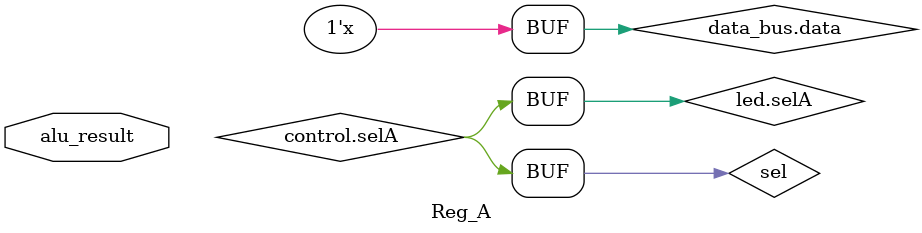
<source format=sv>
/* Author: Jenner Hanni
 * Project: Harry Porter Relay Computer
 * File: Register type for A
 * Data bus output, ctrl bus in, alu_result in
 * License: MIT http://opensource.org/licenses/MIT
*/

module Reg_A (Ctrl_Bus control,
              Data_Bus data_bus,
              LED_Bus led,
              input logic [8-1:0] alu_result);

  parameter N = 8;

  logic [N-1:0] content;
  logic load, sel;

  assign load = control.ldA;
  assign sel = control.selA;

  assign led.ldA = load;
  assign led.selA = sel;

  always begin
    if (load)
     content = alu_result;
    else if (sel) 
     data_bus.data = content;
  end

  EightBitRegister EightBitsRegA (load, sel, content);

endmodule

</source>
